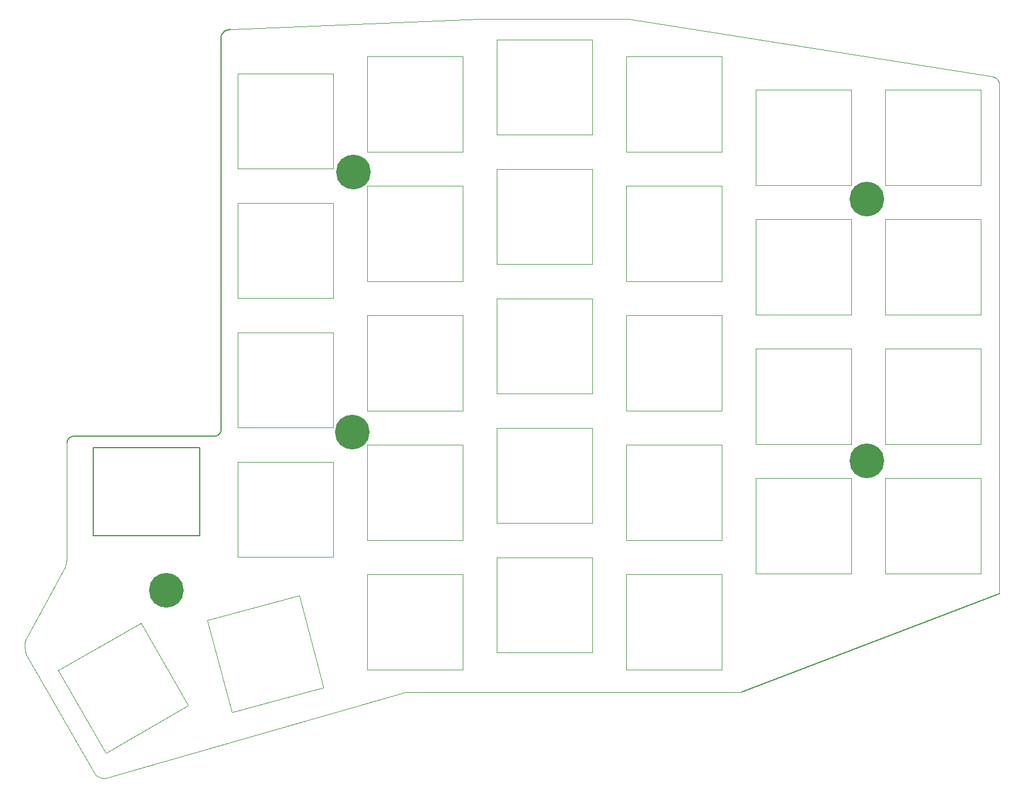
<source format=gbs>
G04 #@! TF.GenerationSoftware,KiCad,Pcbnew,(5.1.12-1-10_14)*
G04 #@! TF.CreationDate,2022-02-07T21:28:56+01:00*
G04 #@! TF.ProjectId,SofleKeyboardTopPlate,536f666c-654b-4657-9962-6f617264546f,rev?*
G04 #@! TF.SameCoordinates,Original*
G04 #@! TF.FileFunction,Soldermask,Bot*
G04 #@! TF.FilePolarity,Negative*
%FSLAX46Y46*%
G04 Gerber Fmt 4.6, Leading zero omitted, Abs format (unit mm)*
G04 Created by KiCad (PCBNEW (5.1.12-1-10_14)) date 2022-02-07 21:28:56*
%MOMM*%
%LPD*%
G01*
G04 APERTURE LIST*
G04 #@! TA.AperFunction,Profile*
%ADD10C,0.150000*%
G04 #@! TD*
G04 #@! TA.AperFunction,Profile*
%ADD11C,0.100000*%
G04 #@! TD*
G04 #@! TA.AperFunction,Profile*
%ADD12C,0.120000*%
G04 #@! TD*
%ADD13C,5.100000*%
G04 APERTURE END LIST*
D10*
X112995000Y-38000000D02*
X113395000Y-37900000D01*
X112695000Y-38100000D02*
X112995000Y-38000000D01*
X112495000Y-38200000D02*
X112695000Y-38100000D01*
X112295000Y-38400000D02*
X112495000Y-38200000D01*
X112095000Y-38700000D02*
X112295000Y-38400000D01*
X111995000Y-39045000D02*
X112095000Y-38700000D01*
X111995000Y-96800000D02*
G75*
G02*
X110995000Y-97800000I-1000000J0D01*
G01*
X89300000Y-98800000D02*
G75*
G02*
X90300000Y-97800000I1000000J0D01*
G01*
X108795000Y-112445000D02*
X108795000Y-106445000D01*
X93195000Y-112445000D02*
X108795000Y-112445000D01*
X93195000Y-99445000D02*
X93195000Y-112445000D01*
X108795000Y-99445000D02*
X93195000Y-99445000D01*
X108795000Y-106445000D02*
X108795000Y-99445000D01*
X111995000Y-96800000D02*
X111995000Y-39045000D01*
X90300000Y-97800000D02*
X110995000Y-97800000D01*
D11*
X225856871Y-45026466D02*
X226021621Y-45140600D01*
X89270257Y-115845000D02*
X89300000Y-98800000D01*
X226163321Y-45280582D02*
X226278881Y-45442807D01*
X149995000Y-36445000D02*
X171945000Y-36445000D01*
X226021621Y-45140600D02*
X226163321Y-45280582D01*
X139149128Y-135445000D02*
X94895000Y-148195000D01*
X83095000Y-128345000D02*
X83195000Y-127845000D01*
X83295000Y-129845000D02*
X83145000Y-129345000D01*
X139149128Y-135445000D02*
X188495000Y-135445000D01*
X149995000Y-36445000D02*
X113395000Y-37900000D01*
X226365281Y-45623672D02*
X226419381Y-45819571D01*
X83195000Y-127845000D02*
X88995000Y-117095000D01*
X226419381Y-45819571D02*
X226438181Y-46026902D01*
X226438181Y-46026902D02*
X226465181Y-120945000D01*
X225470441Y-44890146D02*
X225672111Y-44941776D01*
X93545000Y-147645000D02*
X93895000Y-147945000D01*
X83095000Y-128745000D02*
X83095000Y-128345000D01*
X89195000Y-116495000D02*
X88995000Y-117095000D01*
D10*
X226465181Y-120945000D02*
X188495000Y-135445000D01*
D11*
X225672111Y-44941776D02*
X225856871Y-45026466D01*
X93895000Y-147945000D02*
X94345000Y-148095000D01*
X83145000Y-129345000D02*
X83095000Y-128745000D01*
X94345000Y-148095000D02*
X94895000Y-148195000D01*
X89270257Y-115845000D02*
X89195000Y-116495000D01*
X171945000Y-36445000D02*
X225470441Y-44890146D01*
X93545000Y-147645000D02*
X83295000Y-129845000D01*
X226278881Y-45442807D02*
X226365281Y-45623672D01*
D12*
X223697800Y-103991400D02*
X209697800Y-103991400D01*
X223697800Y-117991400D02*
X223697800Y-103991400D01*
X209697800Y-117991400D02*
X223697800Y-117991400D01*
X209697800Y-103991400D02*
X209697800Y-117991400D01*
X95045622Y-144403578D02*
X107169978Y-137403578D01*
X107169978Y-137403578D02*
X100169978Y-125279222D01*
X100169978Y-125279222D02*
X88045622Y-132279222D01*
X88045622Y-132279222D02*
X95045622Y-144403578D01*
X127071014Y-134791147D02*
X123447547Y-121268186D01*
X123447547Y-121268186D02*
X109924586Y-124891653D01*
X109924586Y-124891653D02*
X113548053Y-138414614D01*
X113548053Y-138414614D02*
X127071014Y-134791147D01*
X128447800Y-101591400D02*
X114447800Y-101591400D01*
X128447800Y-115591400D02*
X128447800Y-101591400D01*
X114447800Y-115591400D02*
X128447800Y-115591400D01*
X114447800Y-101591400D02*
X114447800Y-115591400D01*
X114447800Y-82541400D02*
X114447800Y-96541400D01*
X114447800Y-96541400D02*
X128447800Y-96541400D01*
X128447800Y-96541400D02*
X128447800Y-82541400D01*
X128447800Y-82541400D02*
X114447800Y-82541400D01*
X128447800Y-63491400D02*
X114447800Y-63491400D01*
X128447800Y-77491400D02*
X128447800Y-63491400D01*
X114447800Y-77491400D02*
X128447800Y-77491400D01*
X114447800Y-63491400D02*
X114447800Y-77491400D01*
X114447800Y-44441400D02*
X114447800Y-58441400D01*
X114447800Y-58441400D02*
X128447800Y-58441400D01*
X128447800Y-58441400D02*
X128447800Y-44441400D01*
X128447800Y-44441400D02*
X114447800Y-44441400D01*
X147497800Y-118141400D02*
X133497800Y-118141400D01*
X147497800Y-132141400D02*
X147497800Y-118141400D01*
X133497800Y-132141400D02*
X147497800Y-132141400D01*
X133497800Y-118141400D02*
X133497800Y-132141400D01*
X133497800Y-99091400D02*
X133497800Y-113091400D01*
X133497800Y-113091400D02*
X147497800Y-113091400D01*
X147497800Y-113091400D02*
X147497800Y-99091400D01*
X147497800Y-99091400D02*
X133497800Y-99091400D01*
X147497800Y-80041400D02*
X133497800Y-80041400D01*
X147497800Y-94041400D02*
X147497800Y-80041400D01*
X133497800Y-94041400D02*
X147497800Y-94041400D01*
X133497800Y-80041400D02*
X133497800Y-94041400D01*
X133497800Y-60991400D02*
X133497800Y-74991400D01*
X133497800Y-74991400D02*
X147497800Y-74991400D01*
X147497800Y-74991400D02*
X147497800Y-60991400D01*
X147497800Y-60991400D02*
X133497800Y-60991400D01*
X147497800Y-41941400D02*
X133497800Y-41941400D01*
X147497800Y-55941400D02*
X147497800Y-41941400D01*
X133497800Y-55941400D02*
X147497800Y-55941400D01*
X133497800Y-41941400D02*
X133497800Y-55941400D01*
X152547800Y-115641400D02*
X152547800Y-129641400D01*
X152547800Y-129641400D02*
X166547800Y-129641400D01*
X166547800Y-129641400D02*
X166547800Y-115641400D01*
X166547800Y-115641400D02*
X152547800Y-115641400D01*
X166547800Y-96591400D02*
X152547800Y-96591400D01*
X166547800Y-110591400D02*
X166547800Y-96591400D01*
X152547800Y-110591400D02*
X166547800Y-110591400D01*
X152547800Y-96591400D02*
X152547800Y-110591400D01*
X152547800Y-77541400D02*
X152547800Y-91541400D01*
X152547800Y-91541400D02*
X166547800Y-91541400D01*
X166547800Y-91541400D02*
X166547800Y-77541400D01*
X166547800Y-77541400D02*
X152547800Y-77541400D01*
X166547800Y-58491400D02*
X152547800Y-58491400D01*
X166547800Y-72491400D02*
X166547800Y-58491400D01*
X152547800Y-72491400D02*
X166547800Y-72491400D01*
X152547800Y-58491400D02*
X152547800Y-72491400D01*
X152547800Y-39441400D02*
X152547800Y-53441400D01*
X152547800Y-53441400D02*
X166547800Y-53441400D01*
X166547800Y-53441400D02*
X166547800Y-39441400D01*
X166547800Y-39441400D02*
X152547800Y-39441400D01*
X185597800Y-118141400D02*
X171597800Y-118141400D01*
X185597800Y-132141400D02*
X185597800Y-118141400D01*
X171597800Y-132141400D02*
X185597800Y-132141400D01*
X171597800Y-118141400D02*
X171597800Y-132141400D01*
X171597800Y-99091400D02*
X171597800Y-113091400D01*
X171597800Y-113091400D02*
X185597800Y-113091400D01*
X185597800Y-113091400D02*
X185597800Y-99091400D01*
X185597800Y-99091400D02*
X171597800Y-99091400D01*
X185597800Y-80041400D02*
X171597800Y-80041400D01*
X185597800Y-94041400D02*
X185597800Y-80041400D01*
X171597800Y-94041400D02*
X185597800Y-94041400D01*
X171597800Y-80041400D02*
X171597800Y-94041400D01*
X171597800Y-60991400D02*
X171597800Y-74991400D01*
X171597800Y-74991400D02*
X185597800Y-74991400D01*
X185597800Y-74991400D02*
X185597800Y-60991400D01*
X185597800Y-60991400D02*
X171597800Y-60991400D01*
X185597800Y-41941400D02*
X171597800Y-41941400D01*
X185597800Y-55941400D02*
X185597800Y-41941400D01*
X171597800Y-55941400D02*
X185597800Y-55941400D01*
X171597800Y-41941400D02*
X171597800Y-55941400D01*
X204647800Y-103991400D02*
X190647800Y-103991400D01*
X204647800Y-117991400D02*
X204647800Y-103991400D01*
X190647800Y-117991400D02*
X204647800Y-117991400D01*
X190647800Y-103991400D02*
X190647800Y-117991400D01*
X209697800Y-84941400D02*
X209697800Y-98941400D01*
X209697800Y-98941400D02*
X223697800Y-98941400D01*
X223697800Y-98941400D02*
X223697800Y-84941400D01*
X223697800Y-84941400D02*
X209697800Y-84941400D01*
X204647800Y-84941400D02*
X190647800Y-84941400D01*
X204647800Y-98941400D02*
X204647800Y-84941400D01*
X190647800Y-98941400D02*
X204647800Y-98941400D01*
X190647800Y-84941400D02*
X190647800Y-98941400D01*
X209697800Y-65891400D02*
X209697800Y-79891400D01*
X209697800Y-79891400D02*
X223697800Y-79891400D01*
X223697800Y-79891400D02*
X223697800Y-65891400D01*
X223697800Y-65891400D02*
X209697800Y-65891400D01*
X204647800Y-65891400D02*
X190647800Y-65891400D01*
X204647800Y-79891400D02*
X204647800Y-65891400D01*
X190647800Y-79891400D02*
X204647800Y-79891400D01*
X190647800Y-65891400D02*
X190647800Y-79891400D01*
X190647800Y-46841400D02*
X190647800Y-60841400D01*
X190647800Y-60841400D02*
X204647800Y-60841400D01*
X204647800Y-60841400D02*
X204647800Y-46841400D01*
X204647800Y-46841400D02*
X190647800Y-46841400D01*
X223697800Y-46841400D02*
X209697800Y-46841400D01*
X223697800Y-60841400D02*
X223697800Y-46841400D01*
X209697800Y-60841400D02*
X223697800Y-60841400D01*
X209697800Y-46841400D02*
X209697800Y-60841400D01*
D13*
X103897800Y-120441400D03*
X131252800Y-97216400D03*
X206995000Y-101445000D03*
X131452800Y-58936400D03*
X206995000Y-62945000D03*
M02*

</source>
